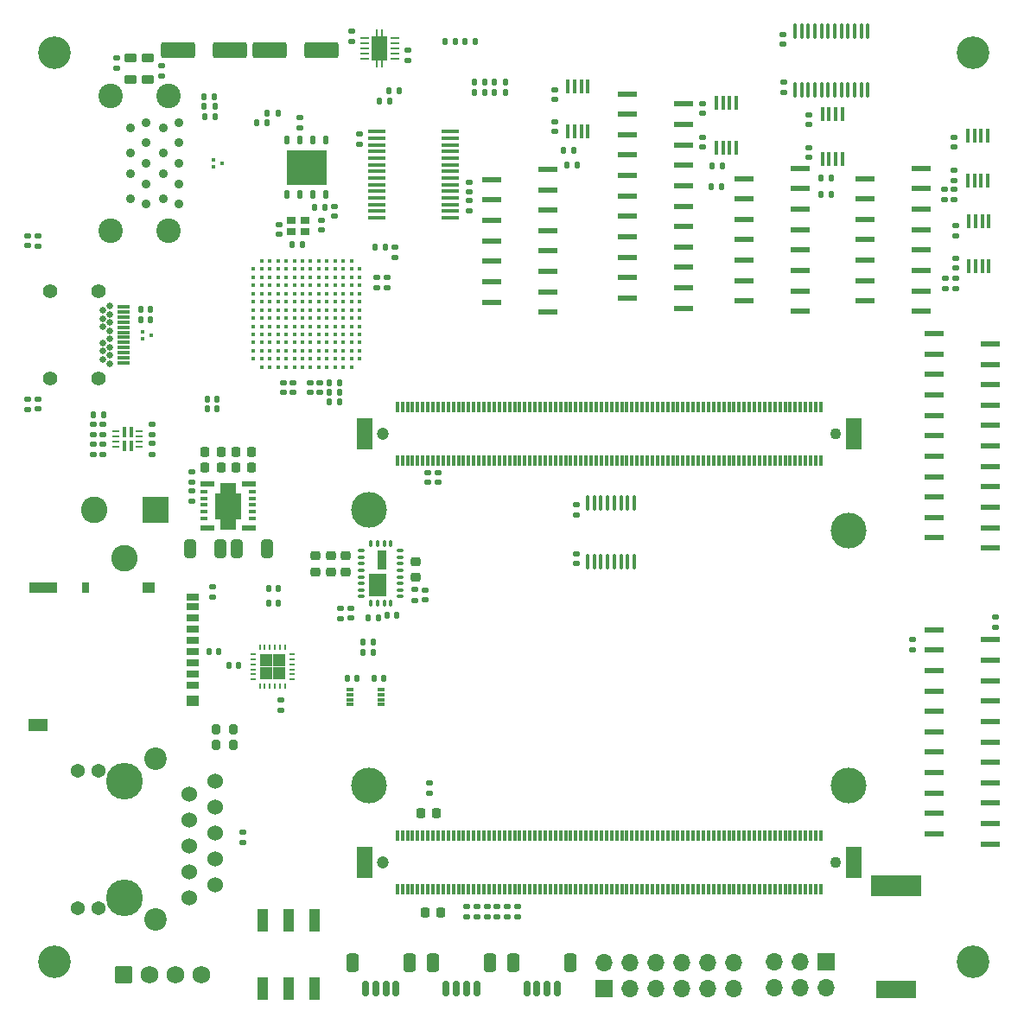
<source format=gbr>
%TF.GenerationSoftware,KiCad,Pcbnew,5.99.0-unknown-675444a646~125~ubuntu20.04.1*%
%TF.CreationDate,2021-04-13T15:06:48+08:00*%
%TF.ProjectId,ovc5,6f766335-2e6b-4696-9361-645f70636258,rev?*%
%TF.SameCoordinates,Original*%
%TF.FileFunction,Soldermask,Top*%
%TF.FilePolarity,Negative*%
%FSLAX46Y46*%
G04 Gerber Fmt 4.6, Leading zero omitted, Abs format (unit mm)*
G04 Created by KiCad (PCBNEW 5.99.0-unknown-675444a646~125~ubuntu20.04.1) date 2021-04-13 15:06:48*
%MOMM*%
%LPD*%
G01*
G04 APERTURE LIST*
G04 Aperture macros list*
%AMRoundRect*
0 Rectangle with rounded corners*
0 $1 Rounding radius*
0 $2 $3 $4 $5 $6 $7 $8 $9 X,Y pos of 4 corners*
0 Add a 4 corners polygon primitive as box body*
4,1,4,$2,$3,$4,$5,$6,$7,$8,$9,$2,$3,0*
0 Add four circle primitives for the rounded corners*
1,1,$1+$1,$2,$3*
1,1,$1+$1,$4,$5*
1,1,$1+$1,$6,$7*
1,1,$1+$1,$8,$9*
0 Add four rect primitives between the rounded corners*
20,1,$1+$1,$2,$3,$4,$5,0*
20,1,$1+$1,$4,$5,$6,$7,0*
20,1,$1+$1,$6,$7,$8,$9,0*
20,1,$1+$1,$8,$9,$2,$3,0*%
%AMFreePoly0*
4,1,13,0.750000,1.250000,1.250000,1.250000,1.250000,-1.250000,0.750000,-1.250000,0.750000,-2.300000,-0.750000,-2.300000,-0.750000,-1.250000,-1.250000,-1.250000,-1.250000,1.250000,-0.750000,1.250000,-0.750000,2.300000,0.750000,2.300000,0.750000,1.250000,0.750000,1.250000,$1*%
G04 Aperture macros list end*
%ADD10RoundRect,0.100000X0.100000X-0.637500X0.100000X0.637500X-0.100000X0.637500X-0.100000X-0.637500X0*%
%ADD11RoundRect,0.140000X0.170000X-0.140000X0.170000X0.140000X-0.170000X0.140000X-0.170000X-0.140000X0*%
%ADD12RoundRect,0.140000X-0.170000X0.140000X-0.170000X-0.140000X0.170000X-0.140000X0.170000X0.140000X0*%
%ADD13R,0.450000X1.450000*%
%ADD14RoundRect,0.147500X-0.147500X-0.172500X0.147500X-0.172500X0.147500X0.172500X-0.147500X0.172500X0*%
%ADD15RoundRect,0.140000X0.140000X0.170000X-0.140000X0.170000X-0.140000X-0.170000X0.140000X-0.170000X0*%
%ADD16RoundRect,0.225000X0.250000X-0.225000X0.250000X0.225000X-0.250000X0.225000X-0.250000X-0.225000X0*%
%ADD17RoundRect,0.135000X0.135000X0.185000X-0.135000X0.185000X-0.135000X-0.185000X0.135000X-0.185000X0*%
%ADD18RoundRect,0.250000X0.325000X0.650000X-0.325000X0.650000X-0.325000X-0.650000X0.325000X-0.650000X0*%
%ADD19C,3.200000*%
%ADD20R,0.300000X0.300000*%
%ADD21RoundRect,0.135000X-0.185000X0.135000X-0.185000X-0.135000X0.185000X-0.135000X0.185000X0.135000X0*%
%ADD22R,1.750000X0.450000*%
%ADD23R,1.200000X0.700000*%
%ADD24R,0.800000X1.000000*%
%ADD25R,2.800000X1.000000*%
%ADD26R,1.900000X1.300000*%
%ADD27R,1.200000X1.000000*%
%ADD28RoundRect,0.225000X0.225000X0.250000X-0.225000X0.250000X-0.225000X-0.250000X0.225000X-0.250000X0*%
%ADD29R,1.700000X1.700000*%
%ADD30O,1.700000X1.700000*%
%ADD31RoundRect,0.135000X0.185000X-0.135000X0.185000X0.135000X-0.185000X0.135000X-0.185000X-0.135000X0*%
%ADD32RoundRect,0.135000X-0.135000X-0.185000X0.135000X-0.185000X0.135000X0.185000X-0.135000X0.185000X0*%
%ADD33RoundRect,0.140000X-0.140000X-0.170000X0.140000X-0.170000X0.140000X0.170000X-0.140000X0.170000X0*%
%ADD34RoundRect,0.050000X0.650000X0.200000X-0.650000X0.200000X-0.650000X-0.200000X0.650000X-0.200000X0*%
%ADD35RoundRect,0.050050X0.299950X0.124950X-0.299950X0.124950X-0.299950X-0.124950X0.299950X-0.124950X0*%
%ADD36C,0.500000*%
%ADD37FreePoly0,180.000000*%
%ADD38C,1.524000*%
%ADD39C,1.371600*%
%ADD40C,3.600000*%
%ADD41C,2.200000*%
%ADD42RoundRect,0.225000X-0.225000X-0.250000X0.225000X-0.250000X0.225000X0.250000X-0.225000X0.250000X0*%
%ADD43R,2.600000X2.600000*%
%ADD44C,2.600000*%
%ADD45RoundRect,0.250000X-0.620000X-0.620000X0.620000X-0.620000X0.620000X0.620000X-0.620000X0.620000X0*%
%ADD46C,1.740000*%
%ADD47R,0.850000X0.280000*%
%ADD48R,0.280000X0.700000*%
%ADD49R,1.650000X2.400000*%
%ADD50O,0.240000X0.600000*%
%ADD51O,0.600000X0.240000*%
%ADD52C,0.612500*%
%ADD53R,1.225000X1.225000*%
%ADD54RoundRect,0.200000X-0.200000X-0.275000X0.200000X-0.275000X0.200000X0.275000X-0.200000X0.275000X0*%
%ADD55R,1.200000X0.300000*%
%ADD56C,0.650000*%
%ADD57C,1.400000*%
%ADD58R,1.120000X2.160000*%
%ADD59C,1.200000*%
%ADD60C,1.100000*%
%ADD61R,0.300000X1.100000*%
%ADD62R,1.600000X3.100000*%
%ADD63C,3.500000*%
%ADD64R,1.850000X0.600000*%
%ADD65R,0.900000X0.800000*%
%ADD66RoundRect,0.218750X-0.381250X0.218750X-0.381250X-0.218750X0.381250X-0.218750X0.381250X0.218750X0*%
%ADD67RoundRect,0.225000X-0.250000X0.225000X-0.250000X-0.225000X0.250000X-0.225000X0.250000X0.225000X0*%
%ADD68C,0.900000*%
%ADD69C,2.400000*%
%ADD70R,0.900000X1.900000*%
%ADD71R,1.800000X2.250000*%
%ADD72RoundRect,0.075000X-0.075000X-0.225000X0.075000X-0.225000X0.075000X0.225000X-0.075000X0.225000X0*%
%ADD73RoundRect,0.075000X0.225000X-0.075000X0.225000X0.075000X-0.225000X0.075000X-0.225000X-0.075000X0*%
%ADD74RoundRect,0.075000X-0.225000X0.075000X-0.225000X-0.075000X0.225000X-0.075000X0.225000X0.075000X0*%
%ADD75C,0.600000*%
%ADD76RoundRect,0.100000X-0.100000X-0.425000X0.100000X-0.425000X0.100000X0.425000X-0.100000X0.425000X0*%
%ADD77RoundRect,0.050000X-0.250000X0.050000X-0.250000X-0.050000X0.250000X-0.050000X0.250000X0.050000X0*%
%ADD78RoundRect,0.250000X-0.325000X-0.650000X0.325000X-0.650000X0.325000X0.650000X-0.325000X0.650000X0*%
%ADD79R,4.000000X1.700000*%
%ADD80R,5.000000X2.000000*%
%ADD81C,0.450000*%
%ADD82RoundRect,0.150000X-0.150000X-0.625000X0.150000X-0.625000X0.150000X0.625000X-0.150000X0.625000X0*%
%ADD83RoundRect,0.250000X-0.350000X-0.650000X0.350000X-0.650000X0.350000X0.650000X-0.350000X0.650000X0*%
%ADD84RoundRect,0.250000X-1.412500X-0.550000X1.412500X-0.550000X1.412500X0.550000X-1.412500X0.550000X0*%
%ADD85RoundRect,0.125000X-0.125000X0.262500X-0.125000X-0.262500X0.125000X-0.262500X0.125000X0.262500X0*%
%ADD86R,4.000000X3.400000*%
%ADD87R,0.800000X0.300000*%
G04 APERTURE END LIST*
D10*
%TO.C,U25*%
X110575000Y-28887500D03*
X111225000Y-28887500D03*
X111875000Y-28887500D03*
X112525000Y-28887500D03*
X113175000Y-28887500D03*
X113825000Y-28887500D03*
X114475000Y-28887500D03*
X115125000Y-28887500D03*
X115775000Y-28887500D03*
X116425000Y-28887500D03*
X117075000Y-28887500D03*
X117725000Y-28887500D03*
X117725000Y-34612500D03*
X117075000Y-34612500D03*
X116425000Y-34612500D03*
X115775000Y-34612500D03*
X115125000Y-34612500D03*
X114475000Y-34612500D03*
X113825000Y-34612500D03*
X113175000Y-34612500D03*
X112525000Y-34612500D03*
X111875000Y-34612500D03*
X111225000Y-34612500D03*
X110575000Y-34612500D03*
%TD*%
%TO.C,U22*%
X90275000Y-75087500D03*
X90925000Y-75087500D03*
X91575000Y-75087500D03*
X92225000Y-75087500D03*
X92875000Y-75087500D03*
X93525000Y-75087500D03*
X94175000Y-75087500D03*
X94825000Y-75087500D03*
X94825000Y-80812500D03*
X94175000Y-80812500D03*
X93525000Y-80812500D03*
X92875000Y-80812500D03*
X92225000Y-80812500D03*
X91575000Y-80812500D03*
X90925000Y-80812500D03*
X90275000Y-80812500D03*
%TD*%
D11*
%TO.C,C117*%
X109400000Y-29160000D03*
X109400000Y-30120000D03*
%TD*%
%TO.C,C116*%
X89200000Y-75270000D03*
X89200000Y-76230000D03*
%TD*%
D12*
%TO.C,C113*%
X109500000Y-34830000D03*
X109500000Y-33870000D03*
%TD*%
%TO.C,C107*%
X89200000Y-81030000D03*
X89200000Y-80070000D03*
%TD*%
D13*
%TO.C,U19*%
X127625000Y-47500000D03*
X128275000Y-47500000D03*
X128925000Y-47500000D03*
X129575000Y-47500000D03*
X129575000Y-51900000D03*
X128925000Y-51900000D03*
X128275000Y-51900000D03*
X127625000Y-51900000D03*
%TD*%
D12*
%TO.C,C104*%
X126300000Y-52080000D03*
X126300000Y-51120000D03*
%TD*%
D11*
%TO.C,C110*%
X126300000Y-47920000D03*
X126300000Y-48880000D03*
%TD*%
D13*
%TO.C,U24*%
X88350000Y-34300000D03*
X89000000Y-34300000D03*
X89650000Y-34300000D03*
X90300000Y-34300000D03*
X90300000Y-38700000D03*
X89650000Y-38700000D03*
X89000000Y-38700000D03*
X88350000Y-38700000D03*
%TD*%
%TO.C,U23*%
X113250000Y-36950000D03*
X113900000Y-36950000D03*
X114550000Y-36950000D03*
X115200000Y-36950000D03*
X115200000Y-41350000D03*
X114550000Y-41350000D03*
X113900000Y-41350000D03*
X113250000Y-41350000D03*
%TD*%
%TO.C,U21*%
X127525000Y-39100000D03*
X128175000Y-39100000D03*
X128825000Y-39100000D03*
X129475000Y-39100000D03*
X129475000Y-43500000D03*
X128825000Y-43500000D03*
X128175000Y-43500000D03*
X127525000Y-43500000D03*
%TD*%
%TO.C,U20*%
X102875000Y-35850000D03*
X103525000Y-35850000D03*
X104175000Y-35850000D03*
X104825000Y-35850000D03*
X104825000Y-40250000D03*
X104175000Y-40250000D03*
X103525000Y-40250000D03*
X102875000Y-40250000D03*
%TD*%
D11*
%TO.C,C115*%
X87025000Y-34620000D03*
X87025000Y-35580000D03*
%TD*%
%TO.C,C114*%
X111925000Y-37070000D03*
X111925000Y-38030000D03*
%TD*%
%TO.C,C112*%
X126200000Y-39270000D03*
X126200000Y-40230000D03*
%TD*%
%TO.C,C111*%
X101550000Y-35970000D03*
X101550000Y-36930000D03*
%TD*%
D12*
%TO.C,C109*%
X87025000Y-38710000D03*
X87025000Y-37750000D03*
%TD*%
%TO.C,C108*%
X111925000Y-41250000D03*
X111925000Y-40290000D03*
%TD*%
%TO.C,C106*%
X126200000Y-43480000D03*
X126200000Y-42520000D03*
%TD*%
%TO.C,C105*%
X101550000Y-40230000D03*
X101550000Y-39270000D03*
%TD*%
D14*
%TO.C,D6*%
X58982500Y-84900000D03*
X59952500Y-84900000D03*
%TD*%
D15*
%TO.C,C101*%
X42830000Y-66460000D03*
X41870000Y-66460000D03*
%TD*%
D16*
%TO.C,C3*%
X73400000Y-82400000D03*
X73400000Y-80850000D03*
%TD*%
D17*
%TO.C,R43*%
X70460000Y-50040000D03*
X69440000Y-50040000D03*
%TD*%
D18*
%TO.C,C93*%
X58875000Y-79600000D03*
X55925000Y-79600000D03*
%TD*%
D19*
%TO.C,H2*%
X38000000Y-120000000D03*
%TD*%
D20*
%TO.C,D3*%
X46625000Y-58325000D03*
X46625000Y-59025000D03*
X47475000Y-58675000D03*
%TD*%
D15*
%TO.C,C90*%
X54130000Y-89625000D03*
X53170000Y-89625000D03*
%TD*%
D20*
%TO.C,D4*%
X53625000Y-41450000D03*
X53625000Y-42150000D03*
X54475000Y-41800000D03*
%TD*%
D12*
%TO.C,C83*%
X78625000Y-45470000D03*
X78625000Y-46430000D03*
%TD*%
%TO.C,C28*%
X63101550Y-63271550D03*
X63101550Y-64231550D03*
%TD*%
D21*
%TO.C,R38*%
X126190000Y-44370000D03*
X126190000Y-45390000D03*
%TD*%
D15*
%TO.C,C92*%
X56092500Y-91012500D03*
X55132500Y-91012500D03*
%TD*%
D12*
%TO.C,C70*%
X44100000Y-31520000D03*
X44100000Y-32480000D03*
%TD*%
D21*
%TO.C,R52*%
X53500000Y-83290000D03*
X53500000Y-84310000D03*
%TD*%
D22*
%TO.C,U12*%
X69600000Y-38700000D03*
X69600000Y-39350000D03*
X69600000Y-40000000D03*
X69600000Y-40650000D03*
X69600000Y-41300000D03*
X69600000Y-41950000D03*
X69600000Y-42600000D03*
X69600000Y-43250000D03*
X69600000Y-43900000D03*
X69600000Y-44550000D03*
X69600000Y-45200000D03*
X69600000Y-45850000D03*
X69600000Y-46500000D03*
X69600000Y-47150000D03*
X76800000Y-47150000D03*
X76800000Y-46500000D03*
X76800000Y-45850000D03*
X76800000Y-45200000D03*
X76800000Y-44550000D03*
X76800000Y-43900000D03*
X76800000Y-43250000D03*
X76800000Y-42600000D03*
X76800000Y-41950000D03*
X76800000Y-41300000D03*
X76800000Y-40650000D03*
X76800000Y-40000000D03*
X76800000Y-39350000D03*
X76800000Y-38700000D03*
%TD*%
D12*
%TO.C,C63*%
X60030950Y-47800000D03*
X60030950Y-48760000D03*
%TD*%
D23*
%TO.C,J3*%
X51550000Y-92955000D03*
X51550000Y-91855000D03*
X51550000Y-90755000D03*
X51550000Y-89655000D03*
X51550000Y-88555000D03*
X51550000Y-87455000D03*
X51550000Y-86355000D03*
X51550000Y-85255000D03*
X51550000Y-84305000D03*
D24*
X41050000Y-83355000D03*
D25*
X36900000Y-83355000D03*
D26*
X36450000Y-96855000D03*
D27*
X51550000Y-94505000D03*
X47250000Y-83355000D03*
%TD*%
D21*
%TO.C,R20*%
X69600000Y-52990000D03*
X69600000Y-54010000D03*
%TD*%
D11*
%TO.C,C86*%
X74600000Y-73080000D03*
X74600000Y-72120000D03*
%TD*%
D28*
%TO.C,C23*%
X57325000Y-70125000D03*
X55775000Y-70125000D03*
%TD*%
D21*
%TO.C,R23*%
X51500000Y-72040000D03*
X51500000Y-73060000D03*
%TD*%
%TO.C,R4*%
X73355000Y-83590000D03*
X73355000Y-84610000D03*
%TD*%
D29*
%TO.C,J6*%
X91850000Y-122690000D03*
D30*
X91850000Y-120150000D03*
X94390000Y-122690000D03*
X94390000Y-120150000D03*
X96930000Y-122690000D03*
X96930000Y-120150000D03*
X99470000Y-122690000D03*
X99470000Y-120150000D03*
X102010000Y-122690000D03*
X102010000Y-120150000D03*
X104550000Y-122690000D03*
X104550000Y-120150000D03*
%TD*%
D12*
%TO.C,C27*%
X64051550Y-63271550D03*
X64051550Y-64231550D03*
%TD*%
D31*
%TO.C,R49*%
X78400000Y-115610000D03*
X78400000Y-114590000D03*
%TD*%
D21*
%TO.C,R2*%
X66080000Y-85380000D03*
X66080000Y-86400000D03*
%TD*%
D12*
%TO.C,C84*%
X67925000Y-38970000D03*
X67925000Y-39930000D03*
%TD*%
%TO.C,C39*%
X60470950Y-63271550D03*
X60470950Y-64231550D03*
%TD*%
D32*
%TO.C,R40*%
X113130000Y-43280000D03*
X114150000Y-43280000D03*
%TD*%
D33*
%TO.C,C45*%
X64988450Y-64251550D03*
X65948450Y-64251550D03*
%TD*%
D19*
%TO.C,H3*%
X128000000Y-31000000D03*
%TD*%
D34*
%TO.C,U7*%
X57050000Y-77545000D03*
D35*
X57400000Y-76570000D03*
X57400000Y-75920000D03*
X57400000Y-75270000D03*
X57400000Y-74620000D03*
X57400000Y-73970000D03*
D34*
X57050000Y-73245000D03*
X53050000Y-73245000D03*
D35*
X52700000Y-73970000D03*
X52700000Y-74620000D03*
X52700000Y-75270000D03*
X52700000Y-75920000D03*
X52700000Y-76570000D03*
D34*
X53050000Y-77545000D03*
D36*
X55050000Y-76350000D03*
X55050000Y-74450000D03*
X55050000Y-73500000D03*
X54100000Y-76350000D03*
X56000000Y-75400000D03*
X56000000Y-74450000D03*
X54100000Y-74450000D03*
X55050000Y-77300000D03*
X56000000Y-76350000D03*
X54100000Y-75400000D03*
X55050000Y-75400000D03*
D37*
X55050000Y-75400000D03*
%TD*%
D38*
%TO.C,U11*%
X51200000Y-113765000D03*
X53740000Y-112495000D03*
X51200000Y-111225000D03*
X53740000Y-109955000D03*
X51200000Y-108685000D03*
X53740000Y-107415000D03*
X51200000Y-106145000D03*
X53740000Y-104875000D03*
X51200000Y-103605000D03*
X53740000Y-102335000D03*
D39*
X42310000Y-114775000D03*
X40280000Y-114775000D03*
X42310000Y-101325000D03*
X40280000Y-101325000D03*
D40*
X44850000Y-113765000D03*
X44850000Y-102335000D03*
D41*
X47900000Y-100175000D03*
X47900000Y-115925000D03*
%TD*%
D12*
%TO.C,C40*%
X61420950Y-63271550D03*
X61420950Y-64231550D03*
%TD*%
D32*
%TO.C,R37*%
X102440000Y-42100000D03*
X103460000Y-42100000D03*
%TD*%
D21*
%TO.C,R32*%
X125210000Y-44370000D03*
X125210000Y-45390000D03*
%TD*%
D11*
%TO.C,C87*%
X75600000Y-73080000D03*
X75600000Y-72120000D03*
%TD*%
D31*
%TO.C,R51*%
X82400000Y-115610000D03*
X82400000Y-114590000D03*
%TD*%
D32*
%TO.C,R31*%
X102390000Y-44100000D03*
X103410000Y-44100000D03*
%TD*%
D42*
%TO.C,C72*%
X74325000Y-115200000D03*
X75875000Y-115200000D03*
%TD*%
D43*
%TO.C,J2*%
X47900006Y-75800001D03*
D44*
X41900006Y-75800001D03*
X44900006Y-80500001D03*
%TD*%
D21*
%TO.C,R47*%
X81400000Y-114590000D03*
X81400000Y-115610000D03*
%TD*%
%TO.C,R27*%
X42800000Y-67390000D03*
X42800000Y-68410000D03*
%TD*%
D45*
%TO.C,J9*%
X44800000Y-121300000D03*
D46*
X47340000Y-121300000D03*
X49880000Y-121300000D03*
X52420000Y-121300000D03*
%TD*%
D47*
%TO.C,U8*%
X71350000Y-31550000D03*
X71350000Y-31050000D03*
X71350000Y-30550000D03*
X71350000Y-30050000D03*
X71350000Y-29550000D03*
X68400000Y-29550000D03*
X68400000Y-30050000D03*
X68400000Y-30550000D03*
X68400000Y-31050000D03*
X68400000Y-31550000D03*
D48*
X70125000Y-32100000D03*
X69625000Y-32100000D03*
X69625000Y-29000000D03*
D49*
X69875000Y-30550000D03*
D48*
X70125000Y-29000000D03*
%TD*%
D50*
%TO.C,U13*%
X58137500Y-93037500D03*
X58637500Y-93037500D03*
X59137500Y-93037500D03*
X59637500Y-93037500D03*
X60137500Y-93037500D03*
X60637500Y-93037500D03*
D51*
X61287500Y-92387500D03*
X61287500Y-91887500D03*
X61287500Y-91387500D03*
X61287500Y-90887500D03*
X61287500Y-90387500D03*
X61287500Y-89887500D03*
D50*
X60637500Y-89237500D03*
X60137500Y-89237500D03*
X59637500Y-89237500D03*
X59137500Y-89237500D03*
X58637500Y-89237500D03*
X58137500Y-89237500D03*
D51*
X57487500Y-89887500D03*
X57487500Y-90387500D03*
X57487500Y-90887500D03*
X57487500Y-91387500D03*
X57487500Y-91887500D03*
X57487500Y-92387500D03*
D52*
X60000000Y-90525000D03*
D53*
X60000000Y-90525000D03*
X58775000Y-90525000D03*
D52*
X58775000Y-90525000D03*
X58775000Y-91750000D03*
D53*
X58775000Y-91750000D03*
D52*
X60000000Y-91750000D03*
D53*
X60000000Y-91750000D03*
%TD*%
D21*
%TO.C,R36*%
X126300000Y-53040000D03*
X126300000Y-54060000D03*
%TD*%
D32*
%TO.C,R3*%
X68720000Y-86325000D03*
X69740000Y-86325000D03*
%TD*%
D15*
%TO.C,C2*%
X71580000Y-86100000D03*
X70620000Y-86100000D03*
%TD*%
D54*
%TO.C,R22*%
X53875000Y-97300000D03*
X55525000Y-97300000D03*
%TD*%
D33*
%TO.C,C76*%
X46465000Y-56150000D03*
X47425000Y-56150000D03*
%TD*%
D55*
%TO.C,J1*%
X44770000Y-55865000D03*
X44770000Y-56365000D03*
X44770000Y-56865000D03*
X44770000Y-57365000D03*
X44770000Y-57865000D03*
X44770000Y-58365000D03*
X44770000Y-58865000D03*
X44770000Y-59365000D03*
X44770000Y-59865000D03*
X44770000Y-60365000D03*
X44770000Y-60865000D03*
X44770000Y-61365000D03*
D56*
X43460000Y-60615000D03*
X43460000Y-61415000D03*
X42760000Y-61015000D03*
X42760000Y-60215000D03*
X43460000Y-59815000D03*
X42760000Y-59415000D03*
X43460000Y-59015000D03*
X43460000Y-58215000D03*
X42760000Y-57815000D03*
X43460000Y-57415000D03*
X42760000Y-57015000D03*
X42760000Y-56215000D03*
X43460000Y-55815000D03*
X43460000Y-56615000D03*
D57*
X42310000Y-62885000D03*
X42310000Y-54345000D03*
X37580000Y-62885000D03*
X37580000Y-54345000D03*
%TD*%
D11*
%TO.C,C91*%
X60237500Y-95367500D03*
X60237500Y-94407500D03*
%TD*%
D32*
%TO.C,R35*%
X88250000Y-42000000D03*
X89270000Y-42000000D03*
%TD*%
D17*
%TO.C,R55*%
X79260000Y-29850000D03*
X78240000Y-29850000D03*
%TD*%
D33*
%TO.C,C47*%
X64988450Y-65201550D03*
X65948450Y-65201550D03*
%TD*%
D12*
%TO.C,C1*%
X72640000Y-30735000D03*
X72640000Y-31695000D03*
%TD*%
D28*
%TO.C,C96*%
X57325000Y-71625000D03*
X55775000Y-71625000D03*
%TD*%
D58*
%TO.C,SW1*%
X58460000Y-122665000D03*
X61000000Y-122665000D03*
X63540000Y-122665000D03*
X63540000Y-115935000D03*
X61000000Y-115935000D03*
X58460000Y-115935000D03*
%TD*%
D59*
%TO.C,U1*%
X70159988Y-110299999D03*
X70159988Y-68299999D03*
D60*
X114559988Y-68299999D03*
X114559988Y-110299999D03*
D61*
X71609988Y-112899999D03*
X71609988Y-107699999D03*
X72109988Y-112899999D03*
X72109988Y-107699999D03*
X72609988Y-112899999D03*
X72609988Y-107699999D03*
X73109988Y-112899999D03*
X73109988Y-107699999D03*
X73609988Y-112899999D03*
X73609988Y-107699999D03*
X74109988Y-112899999D03*
X74109988Y-107699999D03*
X74609988Y-112899999D03*
X74609988Y-107699999D03*
X75109988Y-112899999D03*
X75109988Y-107699999D03*
X75609988Y-112899999D03*
X75609988Y-107699999D03*
X76109988Y-112899999D03*
X76109988Y-107699999D03*
X76609988Y-112899999D03*
X76609988Y-107699999D03*
X77109988Y-112899999D03*
X77109988Y-107699999D03*
X77609988Y-112899999D03*
X77609988Y-107699999D03*
X78109988Y-112899999D03*
X78109988Y-107699999D03*
X78609988Y-112899999D03*
X78609988Y-107699999D03*
X79109988Y-112899999D03*
X79109988Y-107699999D03*
X79609988Y-112899999D03*
X79609988Y-107699999D03*
X80109988Y-112899999D03*
X80109988Y-107699999D03*
X80609988Y-112899999D03*
X80609988Y-107699999D03*
X81109988Y-112899999D03*
X81109988Y-107699999D03*
X81609988Y-112899999D03*
X81609988Y-107699999D03*
X82109988Y-112899999D03*
X82109988Y-107699999D03*
X82609988Y-112899999D03*
X82609988Y-107699999D03*
X83109988Y-112899999D03*
X83109988Y-107699999D03*
X83609988Y-112899999D03*
X83609988Y-107699999D03*
X84109988Y-112899999D03*
X84109988Y-107699999D03*
X84609988Y-112899999D03*
X84609988Y-107699999D03*
X85109988Y-112899999D03*
X85109988Y-107699999D03*
X85609988Y-112899999D03*
X85609988Y-107699999D03*
X86109988Y-112899999D03*
X86109988Y-107699999D03*
X86609988Y-112899999D03*
X86609988Y-107699999D03*
X87109988Y-112899999D03*
X87109988Y-107699999D03*
X87609988Y-112899999D03*
X87609988Y-107699999D03*
X88109988Y-112899999D03*
X88109988Y-107699999D03*
X88609988Y-112899999D03*
X88609988Y-107699999D03*
X89109988Y-112899999D03*
X89109988Y-107699999D03*
X89609988Y-112899999D03*
X89609988Y-107699999D03*
X90109988Y-112899999D03*
X90109988Y-107699999D03*
X90609988Y-112899999D03*
X90609988Y-107699999D03*
X91109988Y-112899999D03*
X91109988Y-107699999D03*
X91609988Y-112899999D03*
X91609988Y-107699999D03*
X92109988Y-112899999D03*
X92109988Y-107699999D03*
X92609988Y-112899999D03*
X92609988Y-107699999D03*
X93109988Y-112899999D03*
X93109988Y-107699999D03*
X93609988Y-112899999D03*
X93609988Y-107699999D03*
X94109988Y-112899999D03*
X94109988Y-107699999D03*
X94609988Y-112899999D03*
X94609988Y-107699999D03*
X95109988Y-112899999D03*
X95109988Y-107699999D03*
X95609988Y-112899999D03*
X95609988Y-107699999D03*
X96109988Y-112899999D03*
X96109988Y-107699999D03*
X96609988Y-112899999D03*
X96609988Y-107699999D03*
X97109988Y-112899999D03*
X97109988Y-107699999D03*
X97609988Y-112899999D03*
X97609988Y-107699999D03*
X98109988Y-112899999D03*
X98109988Y-107699999D03*
X98609988Y-112899999D03*
X98609988Y-107699999D03*
X99109988Y-112899999D03*
X99109988Y-107699999D03*
X99609988Y-112899999D03*
X99609988Y-107699999D03*
X100109988Y-112899999D03*
X100109988Y-107699999D03*
X100609988Y-112899999D03*
X100609988Y-107699999D03*
X101109988Y-112899999D03*
X101109988Y-107699999D03*
X101609988Y-112899999D03*
X101609988Y-107699999D03*
X102109988Y-112899999D03*
X102109988Y-107699999D03*
X102609988Y-112899999D03*
X102609988Y-107699999D03*
X103109988Y-112899999D03*
X103109988Y-107699999D03*
X103609988Y-112899999D03*
X103609988Y-107699999D03*
X104109988Y-112899999D03*
X104109988Y-107699999D03*
X104609988Y-112899999D03*
X104609988Y-107699999D03*
X105109988Y-112899999D03*
X105109988Y-107699999D03*
X105609988Y-112899999D03*
X105609988Y-107699999D03*
X106109988Y-112899999D03*
X106109988Y-107699999D03*
X106609988Y-112899999D03*
X106609988Y-107699999D03*
X107109988Y-112899999D03*
X107109988Y-107699999D03*
X107609988Y-112899999D03*
X107609988Y-107699999D03*
X108109988Y-112899999D03*
X108109988Y-107699999D03*
X108609988Y-112899999D03*
X108609988Y-107699999D03*
X109109988Y-112899999D03*
X109109988Y-107699999D03*
X109609988Y-112899999D03*
X109609988Y-107699999D03*
X110109988Y-112899999D03*
X110109988Y-107699999D03*
X110609988Y-112899999D03*
X110609988Y-107699999D03*
X111109988Y-112899999D03*
X111109988Y-107699999D03*
X111609988Y-112899999D03*
X111609988Y-107699999D03*
X112109988Y-112899999D03*
X112109988Y-107699999D03*
X112609988Y-112899999D03*
X112609988Y-107699999D03*
X113109988Y-112899999D03*
X113109988Y-107699999D03*
D62*
X68409988Y-110299999D03*
X116309988Y-110299999D03*
D61*
X71609988Y-70899999D03*
X71609988Y-65699999D03*
X72109988Y-70899999D03*
X72109988Y-65699999D03*
X72609988Y-70899999D03*
X72609988Y-65699999D03*
X73109988Y-70899999D03*
X73109988Y-65699999D03*
X73609988Y-70899999D03*
X73609988Y-65699999D03*
X74109988Y-70899999D03*
X74109988Y-65699999D03*
X74609988Y-70899999D03*
X74609988Y-65699999D03*
X75109988Y-70899999D03*
X75109988Y-65699999D03*
X75609988Y-70899999D03*
X75609988Y-65699999D03*
X76109988Y-70899999D03*
X76109988Y-65699999D03*
X76609988Y-70899999D03*
X76609988Y-65699999D03*
X77109988Y-70899999D03*
X77109988Y-65699999D03*
X77609988Y-70899999D03*
X77609988Y-65699999D03*
X78109988Y-70899999D03*
X78109988Y-65699999D03*
X78609988Y-70899999D03*
X78609988Y-65699999D03*
X79109988Y-70899999D03*
X79109988Y-65699999D03*
X79609988Y-70899999D03*
X79609988Y-65699999D03*
X80109988Y-70899999D03*
X80109988Y-65699999D03*
X80609988Y-70899999D03*
X80609988Y-65699999D03*
X81109988Y-70899999D03*
X81109988Y-65699999D03*
X81609988Y-70899999D03*
X81609988Y-65699999D03*
X82109988Y-70899999D03*
X82109988Y-65699999D03*
X82609988Y-70899999D03*
X82609988Y-65699999D03*
X83109988Y-70899999D03*
X83109988Y-65699999D03*
X83609988Y-70899999D03*
X83609988Y-65699999D03*
X84109988Y-70899999D03*
X84109988Y-65699999D03*
X84609988Y-70899999D03*
X84609988Y-65699999D03*
X85109988Y-70899999D03*
X85109988Y-65699999D03*
X85609988Y-70899999D03*
X85609988Y-65699999D03*
X86109988Y-70899999D03*
X86109988Y-65699999D03*
X86609988Y-70899999D03*
X86609988Y-65699999D03*
X87109988Y-70899999D03*
X87109988Y-65699999D03*
X87609988Y-70899999D03*
X87609988Y-65699999D03*
X88109988Y-70899999D03*
X88109988Y-65699999D03*
X88609988Y-70899999D03*
X88609988Y-65699999D03*
X89109988Y-70899999D03*
X89109988Y-65699999D03*
X89609988Y-70899999D03*
X89609988Y-65699999D03*
X90109988Y-70899999D03*
X90109988Y-65699999D03*
X90609988Y-70899999D03*
X90609988Y-65699999D03*
X91109988Y-70899999D03*
X91109988Y-65699999D03*
X91609988Y-70899999D03*
X91609988Y-65699999D03*
X92109988Y-70899999D03*
X92109988Y-65699999D03*
X92609988Y-70899999D03*
X92609988Y-65699999D03*
X93109988Y-70899999D03*
X93109988Y-65699999D03*
X93609988Y-70899999D03*
X93609988Y-65699999D03*
X94109988Y-70899999D03*
X94109988Y-65699999D03*
X94609988Y-70899999D03*
X94609988Y-65699999D03*
X95109988Y-70899999D03*
X95109988Y-65699999D03*
X95609988Y-70899999D03*
X95609988Y-65699999D03*
X96109988Y-70899999D03*
X96109988Y-65699999D03*
X96609988Y-70899999D03*
X96609988Y-65699999D03*
X97109988Y-70899999D03*
X97109988Y-65699999D03*
X97609988Y-70899999D03*
X97609988Y-65699999D03*
X98109988Y-70899999D03*
X98109988Y-65699999D03*
X98609988Y-70899999D03*
X98609988Y-65699999D03*
X99109988Y-70899999D03*
X99109988Y-65699999D03*
X99609988Y-70899999D03*
X99609988Y-65699999D03*
X100109988Y-70899999D03*
X100109988Y-65699999D03*
X100609988Y-70899999D03*
X100609988Y-65699999D03*
X101109988Y-70899999D03*
X101109988Y-65699999D03*
X101609988Y-70899999D03*
X101609988Y-65699999D03*
X102109988Y-70899999D03*
X102109988Y-65699999D03*
X102609988Y-70899999D03*
X102609988Y-65699999D03*
X103109988Y-70899999D03*
X103109988Y-65699999D03*
X103609988Y-70899999D03*
X103609988Y-65699999D03*
X104109988Y-70899999D03*
X104109988Y-65699999D03*
X104609988Y-70899999D03*
X104609988Y-65699999D03*
X105109988Y-70899999D03*
X105109988Y-65699999D03*
X105609988Y-70899999D03*
X105609988Y-65699999D03*
X106109988Y-70899999D03*
X106109988Y-65699999D03*
X106609988Y-70899999D03*
X106609988Y-65699999D03*
X107109988Y-70899999D03*
X107109988Y-65699999D03*
X107609988Y-70899999D03*
X107609988Y-65699999D03*
X108109988Y-70899999D03*
X108109988Y-65699999D03*
X108609988Y-70899999D03*
X108609988Y-65699999D03*
X109109988Y-70899999D03*
X109109988Y-65699999D03*
X109609988Y-70899999D03*
X109609988Y-65699999D03*
X110109988Y-70899999D03*
X110109988Y-65699999D03*
X110609988Y-70899999D03*
X110609988Y-65699999D03*
X111109988Y-70899999D03*
X111109988Y-65699999D03*
X111609988Y-70899999D03*
X111609988Y-65699999D03*
X112109988Y-70899999D03*
X112109988Y-65699999D03*
X112609988Y-70899999D03*
X112609988Y-65699999D03*
X113109988Y-70899999D03*
X113109988Y-65699999D03*
D62*
X68409988Y-68299999D03*
X116309988Y-68299999D03*
D63*
X68859988Y-102799999D03*
X115859988Y-102799999D03*
X68859988Y-75799999D03*
X115859988Y-77799999D03*
%TD*%
D32*
%TO.C,R16*%
X52710000Y-36250000D03*
X53730000Y-36250000D03*
%TD*%
D64*
%TO.C,U16*%
X111050000Y-56300000D03*
X105550000Y-55300000D03*
X111050000Y-54300000D03*
X105550000Y-53300000D03*
X111050000Y-52300000D03*
X105550000Y-51300000D03*
X111050000Y-50300000D03*
X105550000Y-49300000D03*
X111050000Y-48300000D03*
X105550000Y-47300000D03*
X111050000Y-46300000D03*
X105550000Y-45300000D03*
X111050000Y-44300000D03*
X105550000Y-43300000D03*
X111050000Y-42300000D03*
%TD*%
D17*
%TO.C,R45*%
X82180000Y-33840000D03*
X81160000Y-33840000D03*
%TD*%
D32*
%TO.C,R34*%
X113130000Y-44830000D03*
X114150000Y-44830000D03*
%TD*%
D65*
%TO.C,Y1*%
X61210000Y-48530000D03*
X62610000Y-48530000D03*
X62610000Y-47430000D03*
X61210000Y-47430000D03*
%TD*%
D31*
%TO.C,R50*%
X80400000Y-115610000D03*
X80400000Y-114590000D03*
%TD*%
D21*
%TO.C,R42*%
X71400000Y-49990000D03*
X71400000Y-51010000D03*
%TD*%
D33*
%TO.C,C46*%
X64988450Y-63301550D03*
X65948450Y-63301550D03*
%TD*%
D19*
%TO.C,H4*%
X38000000Y-31000000D03*
%TD*%
D14*
%TO.C,D2*%
X79185000Y-34840000D03*
X80155000Y-34840000D03*
%TD*%
D66*
%TO.C,FB1*%
X47200000Y-31437500D03*
X47200000Y-33562500D03*
%TD*%
D19*
%TO.C,H1*%
X128000000Y-120000000D03*
%TD*%
D31*
%TO.C,R56*%
X62090000Y-38310000D03*
X62090000Y-37290000D03*
%TD*%
D17*
%TO.C,R54*%
X69260000Y-88750000D03*
X68240000Y-88750000D03*
%TD*%
D32*
%TO.C,R41*%
X87890000Y-40500000D03*
X88910000Y-40500000D03*
%TD*%
D17*
%TO.C,R15*%
X53680000Y-35250000D03*
X52660000Y-35250000D03*
%TD*%
D31*
%TO.C,R1*%
X67130000Y-29900000D03*
X67130000Y-28880000D03*
%TD*%
D14*
%TO.C,D7*%
X59015000Y-83450000D03*
X59985000Y-83450000D03*
%TD*%
D67*
%TO.C,C7*%
X63630000Y-80275000D03*
X63630000Y-81825000D03*
%TD*%
D68*
%TO.C,U5*%
X45489988Y-38299993D03*
X45489988Y-40799993D03*
X45489988Y-42799993D03*
X45489988Y-45299993D03*
X46989988Y-45799993D03*
X46989988Y-43799993D03*
X46989988Y-41799993D03*
X46989988Y-39799993D03*
X46989988Y-37799993D03*
X48689988Y-38299993D03*
X48689988Y-40799993D03*
X48689988Y-42799993D03*
X48689988Y-45299993D03*
X50189988Y-45799993D03*
X50189988Y-43799993D03*
X50189988Y-41799993D03*
X50189988Y-39799993D03*
X50189988Y-37799993D03*
D69*
X43489988Y-48369993D03*
X49169988Y-35229993D03*
X49169988Y-48369993D03*
X43489988Y-35229993D03*
%TD*%
D64*
%TO.C,U15*%
X129750000Y-108500000D03*
X124250000Y-107500000D03*
X129750000Y-106500000D03*
X124250000Y-105500000D03*
X129750000Y-104500000D03*
X124250000Y-103500000D03*
X129750000Y-102500000D03*
X124250000Y-101500000D03*
X129750000Y-100500000D03*
X124250000Y-99500000D03*
X129750000Y-98500000D03*
X124250000Y-97500000D03*
X129750000Y-96500000D03*
X124250000Y-95500000D03*
X129750000Y-94500000D03*
X124250000Y-93500000D03*
X129750000Y-92500000D03*
X124250000Y-91500000D03*
X129750000Y-90500000D03*
X124250000Y-89500000D03*
X129750000Y-88500000D03*
X124250000Y-87500000D03*
%TD*%
D15*
%TO.C,C99*%
X67680000Y-92300000D03*
X66720000Y-92300000D03*
%TD*%
D70*
%TO.C,U9*%
X70100000Y-80700000D03*
D71*
X69650000Y-83125000D03*
D72*
X70975000Y-79100000D03*
X70325000Y-79100000D03*
X69675000Y-79100000D03*
X69025000Y-79100000D03*
D73*
X68100000Y-79750000D03*
X68100000Y-80375000D03*
X68100000Y-81025000D03*
X68100000Y-81675000D03*
X68100000Y-82325000D03*
X68100000Y-82975000D03*
X68100000Y-83625000D03*
X68100000Y-84250000D03*
D72*
X69025000Y-84900000D03*
X69675000Y-84900000D03*
X70325000Y-84900000D03*
X70975000Y-84900000D03*
D73*
X71900000Y-84250000D03*
X71900000Y-83625000D03*
X71900000Y-82975000D03*
X71900000Y-82325000D03*
X71900000Y-81675000D03*
X71900000Y-81025000D03*
X71900000Y-80375000D03*
D74*
X71900000Y-79750000D03*
D75*
X70250000Y-83200000D03*
X69950000Y-80630000D03*
X69100000Y-83950000D03*
X70250000Y-80050000D03*
X70250000Y-82450000D03*
X70250000Y-81210000D03*
X69660000Y-83580000D03*
X69660000Y-82830000D03*
X69100000Y-83200000D03*
X69100000Y-82450000D03*
X70250000Y-83950000D03*
%TD*%
D76*
%TO.C,U6*%
X45550000Y-68115000D03*
X44850000Y-68115000D03*
D77*
X44050000Y-68040000D03*
X44050000Y-68540000D03*
X44050000Y-69040000D03*
X44050000Y-69540000D03*
D76*
X44850000Y-69465000D03*
X45550000Y-69465000D03*
D77*
X46350000Y-69540000D03*
X46350000Y-69040000D03*
X46350000Y-68540000D03*
X46350000Y-68040000D03*
%TD*%
D33*
%TO.C,C74*%
X46465000Y-57100000D03*
X47425000Y-57100000D03*
%TD*%
D78*
%TO.C,C94*%
X51300000Y-79600000D03*
X54250000Y-79600000D03*
%TD*%
D21*
%TO.C,R18*%
X79400000Y-114590000D03*
X79400000Y-115610000D03*
%TD*%
D79*
%TO.C,J10*%
X120502443Y-122775000D03*
D80*
X120502443Y-112625000D03*
%TD*%
D31*
%TO.C,R28*%
X41800000Y-68410000D03*
X41800000Y-67390000D03*
%TD*%
D32*
%TO.C,R12*%
X58890000Y-36900000D03*
X59910000Y-36900000D03*
%TD*%
D81*
%TO.C,U2*%
X58320950Y-51371550D03*
X59120950Y-51371550D03*
X59920950Y-51371550D03*
X60720950Y-51371550D03*
X61520950Y-51371550D03*
X62320950Y-51371550D03*
X63120950Y-51371550D03*
X63920950Y-51371550D03*
X64720950Y-51371550D03*
X65520950Y-51371550D03*
X66320950Y-51371550D03*
X67120950Y-51371550D03*
X57520950Y-52171550D03*
X58320950Y-52171550D03*
X59120950Y-52171550D03*
X59920950Y-52171550D03*
X60720950Y-52171550D03*
X61520950Y-52171550D03*
X62320950Y-52171550D03*
X63120950Y-52171550D03*
X63920950Y-52171550D03*
X64720950Y-52171550D03*
X65520950Y-52171550D03*
X66320950Y-52171550D03*
X67120950Y-52171550D03*
X67920950Y-52171550D03*
X57520950Y-52971550D03*
X58320950Y-52971550D03*
X59120950Y-52971550D03*
X59920950Y-52971550D03*
X60720950Y-52971550D03*
X61520950Y-52971550D03*
X62320950Y-52971550D03*
X63120950Y-52971550D03*
X63920950Y-52971550D03*
X64720950Y-52971550D03*
X65520950Y-52971550D03*
X66320950Y-52971550D03*
X67120950Y-52971550D03*
X67920950Y-52971550D03*
X57520950Y-53771550D03*
X58320950Y-53771550D03*
X59120950Y-53771550D03*
X59920950Y-53771550D03*
X60720950Y-53771550D03*
X61520950Y-53771550D03*
X62320950Y-53771550D03*
X63120950Y-53771550D03*
X63920950Y-53771550D03*
X64720950Y-53771550D03*
X65520950Y-53771550D03*
X66320950Y-53771550D03*
X67120950Y-53771550D03*
X67920950Y-53771550D03*
X57520950Y-54571550D03*
X58320950Y-54571550D03*
X59120950Y-54571550D03*
X59920950Y-54571550D03*
X60720950Y-54571550D03*
X61520950Y-54571550D03*
X62320950Y-54571550D03*
X63120950Y-54571550D03*
X63920950Y-54571550D03*
X64720950Y-54571550D03*
X65520950Y-54571550D03*
X66320950Y-54571550D03*
X67120950Y-54571550D03*
X67920950Y-54571550D03*
X57520950Y-55371550D03*
X58320950Y-55371550D03*
X59120950Y-55371550D03*
X59920950Y-55371550D03*
X60720950Y-55371550D03*
X61520950Y-55371550D03*
X62320950Y-55371550D03*
X63120950Y-55371550D03*
X63920950Y-55371550D03*
X64720950Y-55371550D03*
X65520950Y-55371550D03*
X66320950Y-55371550D03*
X67120950Y-55371550D03*
X67920950Y-55371550D03*
X57520950Y-56171550D03*
X58320950Y-56171550D03*
X59120950Y-56171550D03*
X59920950Y-56171550D03*
X60720950Y-56171550D03*
X61520950Y-56171550D03*
X62320950Y-56171550D03*
X63120950Y-56171550D03*
X63920950Y-56171550D03*
X64720950Y-56171550D03*
X65520950Y-56171550D03*
X66320950Y-56171550D03*
X67120950Y-56171550D03*
X67920950Y-56171550D03*
X57520950Y-56971550D03*
X58320950Y-56971550D03*
X59120950Y-56971550D03*
X59920950Y-56971550D03*
X60720950Y-56971550D03*
X61520950Y-56971550D03*
X62320950Y-56971550D03*
X63120950Y-56971550D03*
X63920950Y-56971550D03*
X64720950Y-56971550D03*
X65520950Y-56971550D03*
X66320950Y-56971550D03*
X67120950Y-56971550D03*
X67920950Y-56971550D03*
X57520950Y-57771550D03*
X58320950Y-57771550D03*
X59120950Y-57771550D03*
X59920950Y-57771550D03*
X60720950Y-57771550D03*
X61520950Y-57771550D03*
X62320950Y-57771550D03*
X63120950Y-57771550D03*
X63920950Y-57771550D03*
X64720950Y-57771550D03*
X65520950Y-57771550D03*
X66320950Y-57771550D03*
X67120950Y-57771550D03*
X67920950Y-57771550D03*
X57520950Y-58571550D03*
X58320950Y-58571550D03*
X59120950Y-58571550D03*
X59920950Y-58571550D03*
X60720950Y-58571550D03*
X61520950Y-58571550D03*
X62320950Y-58571550D03*
X63120950Y-58571550D03*
X63920950Y-58571550D03*
X64720950Y-58571550D03*
X65520950Y-58571550D03*
X66320950Y-58571550D03*
X67120950Y-58571550D03*
X67920950Y-58571550D03*
X57520950Y-59371550D03*
X58320950Y-59371550D03*
X59120950Y-59371550D03*
X59920950Y-59371550D03*
X60720950Y-59371550D03*
X61520950Y-59371550D03*
X62320950Y-59371550D03*
X63120950Y-59371550D03*
X63920950Y-59371550D03*
X64720950Y-59371550D03*
X65520950Y-59371550D03*
X66320950Y-59371550D03*
X67120950Y-59371550D03*
X67920950Y-59371550D03*
X57520950Y-60171550D03*
X58320950Y-60171550D03*
X59120950Y-60171550D03*
X59920950Y-60171550D03*
X60720950Y-60171550D03*
X61520950Y-60171550D03*
X62320950Y-60171550D03*
X63120950Y-60171550D03*
X63920950Y-60171550D03*
X64720950Y-60171550D03*
X65520950Y-60171550D03*
X66320950Y-60171550D03*
X67120950Y-60171550D03*
X67920950Y-60171550D03*
X57520950Y-60971550D03*
X58320950Y-60971550D03*
X59120950Y-60971550D03*
X59920950Y-60971550D03*
X60720950Y-60971550D03*
X61520950Y-60971550D03*
X62320950Y-60971550D03*
X63120950Y-60971550D03*
X63920950Y-60971550D03*
X64720950Y-60971550D03*
X65520950Y-60971550D03*
X66320950Y-60971550D03*
X67120950Y-60971550D03*
X67920950Y-60971550D03*
X58320950Y-61771550D03*
X59120950Y-61771550D03*
X59920950Y-61771550D03*
X60720950Y-61771550D03*
X61520950Y-61771550D03*
X62320950Y-61771550D03*
X63120950Y-61771550D03*
X63920950Y-61771550D03*
X64720950Y-61771550D03*
X65520950Y-61771550D03*
X66320950Y-61771550D03*
X67120950Y-61771550D03*
%TD*%
D21*
%TO.C,R26*%
X41800000Y-69290000D03*
X41800000Y-70310000D03*
%TD*%
D14*
%TO.C,D8*%
X76332500Y-29850000D03*
X77302500Y-29850000D03*
%TD*%
D11*
%TO.C,C102*%
X35400000Y-49880000D03*
X35400000Y-48920000D03*
%TD*%
D17*
%TO.C,R11*%
X70860000Y-35680000D03*
X69840000Y-35680000D03*
%TD*%
%TO.C,R53*%
X69260000Y-89700000D03*
X68240000Y-89700000D03*
%TD*%
D12*
%TO.C,C64*%
X64210000Y-47400000D03*
X64210000Y-48360000D03*
%TD*%
D11*
%TO.C,C98*%
X47600000Y-68370000D03*
X47600000Y-67410000D03*
%TD*%
D82*
%TO.C,J8*%
X84300000Y-122675000D03*
X85300000Y-122675000D03*
X86300000Y-122675000D03*
X87300000Y-122675000D03*
D83*
X83000000Y-120150000D03*
X88600000Y-120150000D03*
%TD*%
D33*
%TO.C,C77*%
X53020000Y-64940000D03*
X53980000Y-64940000D03*
%TD*%
D17*
%TO.C,R19*%
X64530000Y-46160000D03*
X63510000Y-46160000D03*
%TD*%
D67*
%TO.C,C5*%
X66585000Y-80270000D03*
X66585000Y-81820000D03*
%TD*%
D42*
%TO.C,C73*%
X73925000Y-105500000D03*
X75475000Y-105500000D03*
%TD*%
D11*
%TO.C,C8*%
X74330000Y-84605000D03*
X74330000Y-83645000D03*
%TD*%
D64*
%TO.C,U3*%
X129750000Y-79500000D03*
X124250000Y-78500000D03*
X129750000Y-77500000D03*
X124250000Y-76500000D03*
X129750000Y-75500000D03*
X124250000Y-74500000D03*
X129750000Y-73500000D03*
X124250000Y-72500000D03*
X129750000Y-71500000D03*
X124250000Y-70500000D03*
X129750000Y-69500000D03*
X124250000Y-68500000D03*
X129750000Y-67500000D03*
X124250000Y-66500000D03*
X129750000Y-65500000D03*
X124250000Y-64500000D03*
X129750000Y-63500000D03*
X124250000Y-62500000D03*
X129750000Y-61500000D03*
X124250000Y-60500000D03*
X129750000Y-59500000D03*
X124250000Y-58500000D03*
%TD*%
D17*
%TO.C,R57*%
X62320000Y-49780000D03*
X61300000Y-49780000D03*
%TD*%
D84*
%TO.C,C71*%
X59112500Y-30750000D03*
X64187500Y-30750000D03*
%TD*%
D64*
%TO.C,U14*%
X122950000Y-56300000D03*
X117450000Y-55300000D03*
X122950000Y-54300000D03*
X117450000Y-53300000D03*
X122950000Y-52300000D03*
X117450000Y-51300000D03*
X122950000Y-50300000D03*
X117450000Y-49300000D03*
X122950000Y-48300000D03*
X117450000Y-47300000D03*
X122950000Y-46300000D03*
X117450000Y-45300000D03*
X122950000Y-44300000D03*
X117450000Y-43300000D03*
X122950000Y-42300000D03*
%TD*%
D21*
%TO.C,R17*%
X74750000Y-102490000D03*
X74750000Y-103510000D03*
%TD*%
%TO.C,R58*%
X36400000Y-48890000D03*
X36400000Y-49910000D03*
%TD*%
D85*
%TO.C,U10*%
X64630000Y-39547500D03*
X63360000Y-39547500D03*
X62090000Y-39547500D03*
X60820000Y-39547500D03*
X60820000Y-44872500D03*
X62090000Y-44872500D03*
X63360000Y-44872500D03*
X64630000Y-44872500D03*
D86*
X62725000Y-42210000D03*
%TD*%
D15*
%TO.C,C67*%
X53730000Y-37200000D03*
X52770000Y-37200000D03*
%TD*%
D33*
%TO.C,C75*%
X53020000Y-65890000D03*
X53980000Y-65890000D03*
%TD*%
D64*
%TO.C,U17*%
X86350000Y-56400000D03*
X80850000Y-55400000D03*
X86350000Y-54400000D03*
X80850000Y-53400000D03*
X86350000Y-52400000D03*
X80850000Y-51400000D03*
X86350000Y-50400000D03*
X80850000Y-49400000D03*
X86350000Y-48400000D03*
X80850000Y-47400000D03*
X86350000Y-46400000D03*
X80850000Y-45400000D03*
X86350000Y-44400000D03*
X80850000Y-43400000D03*
X86350000Y-42400000D03*
%TD*%
D21*
%TO.C,R39*%
X122100000Y-88490000D03*
X122100000Y-89510000D03*
%TD*%
D12*
%TO.C,C65*%
X65470000Y-46000000D03*
X65470000Y-46960000D03*
%TD*%
D11*
%TO.C,C85*%
X78625000Y-44605000D03*
X78625000Y-43645000D03*
%TD*%
D42*
%TO.C,C95*%
X52775000Y-70125000D03*
X54325000Y-70125000D03*
%TD*%
%TO.C,C97*%
X52775000Y-71625000D03*
X54325000Y-71625000D03*
%TD*%
D12*
%TO.C,C68*%
X48550000Y-32270000D03*
X48550000Y-33230000D03*
%TD*%
D14*
%TO.C,D1*%
X79185000Y-33840000D03*
X80155000Y-33840000D03*
%TD*%
D17*
%TO.C,R8*%
X58860000Y-37850000D03*
X57840000Y-37850000D03*
%TD*%
D21*
%TO.C,R30*%
X125310000Y-53040000D03*
X125310000Y-54060000D03*
%TD*%
D54*
%TO.C,R21*%
X53875000Y-98800000D03*
X55525000Y-98800000D03*
%TD*%
D21*
%TO.C,R33*%
X130200000Y-86290000D03*
X130200000Y-87310000D03*
%TD*%
D12*
%TO.C,C78*%
X56450000Y-107370000D03*
X56450000Y-108330000D03*
%TD*%
D21*
%TO.C,R24*%
X51500000Y-73915000D03*
X51500000Y-74935000D03*
%TD*%
D82*
%TO.C,J7*%
X76400000Y-122675000D03*
X77400000Y-122675000D03*
X78400000Y-122675000D03*
X79400000Y-122675000D03*
D83*
X80700000Y-120150000D03*
X75100000Y-120150000D03*
%TD*%
D15*
%TO.C,C100*%
X70280000Y-92300000D03*
X69320000Y-92300000D03*
%TD*%
D31*
%TO.C,R25*%
X42800000Y-70310000D03*
X42800000Y-69290000D03*
%TD*%
D12*
%TO.C,C34*%
X70600000Y-53020000D03*
X70600000Y-53980000D03*
%TD*%
D11*
%TO.C,C103*%
X36400000Y-65880000D03*
X36400000Y-64920000D03*
%TD*%
D87*
%TO.C,U18*%
X66950000Y-93350000D03*
X66950000Y-93850000D03*
X66950000Y-94350000D03*
X66950000Y-94850000D03*
X70050000Y-94850000D03*
X70050000Y-94350000D03*
X70050000Y-93850000D03*
X70050000Y-93350000D03*
%TD*%
D67*
%TO.C,C6*%
X65105000Y-80275000D03*
X65105000Y-81825000D03*
%TD*%
D84*
%TO.C,C69*%
X50162500Y-30750000D03*
X55237500Y-30750000D03*
%TD*%
D21*
%TO.C,R48*%
X83400000Y-114590000D03*
X83400000Y-115610000D03*
%TD*%
D17*
%TO.C,R46*%
X82180000Y-34840000D03*
X81160000Y-34840000D03*
%TD*%
D12*
%TO.C,C4*%
X67030000Y-85410000D03*
X67030000Y-86370000D03*
%TD*%
D32*
%TO.C,R9*%
X70790000Y-34680000D03*
X71810000Y-34680000D03*
%TD*%
D21*
%TO.C,R29*%
X47600000Y-69280000D03*
X47600000Y-70300000D03*
%TD*%
D82*
%TO.C,J5*%
X68500000Y-122675000D03*
X69500000Y-122675000D03*
X70500000Y-122675000D03*
X71500000Y-122675000D03*
D83*
X67200000Y-120150000D03*
X72800000Y-120150000D03*
%TD*%
D66*
%TO.C,FB2*%
X45450000Y-31437500D03*
X45450000Y-33562500D03*
%TD*%
D64*
%TO.C,U4*%
X99650000Y-56000000D03*
X94150000Y-55000000D03*
X99650000Y-54000000D03*
X94150000Y-53000000D03*
X99650000Y-52000000D03*
X94150000Y-51000000D03*
X99650000Y-50000000D03*
X94150000Y-49000000D03*
X99650000Y-48000000D03*
X94150000Y-47000000D03*
X99650000Y-46000000D03*
X94150000Y-45000000D03*
X99650000Y-44000000D03*
X94150000Y-43000000D03*
X99650000Y-42000000D03*
X94150000Y-41000000D03*
X99650000Y-40000000D03*
X94150000Y-39000000D03*
X99650000Y-38000000D03*
X94150000Y-37000000D03*
X99650000Y-36000000D03*
X94150000Y-35000000D03*
%TD*%
D29*
%TO.C,J4*%
X113625000Y-120075000D03*
D30*
X113625000Y-122615000D03*
X111085000Y-120075000D03*
X111085000Y-122615000D03*
X108545000Y-120075000D03*
X108545000Y-122615000D03*
%TD*%
D21*
%TO.C,R59*%
X35400000Y-64890000D03*
X35400000Y-65910000D03*
%TD*%
M02*

</source>
